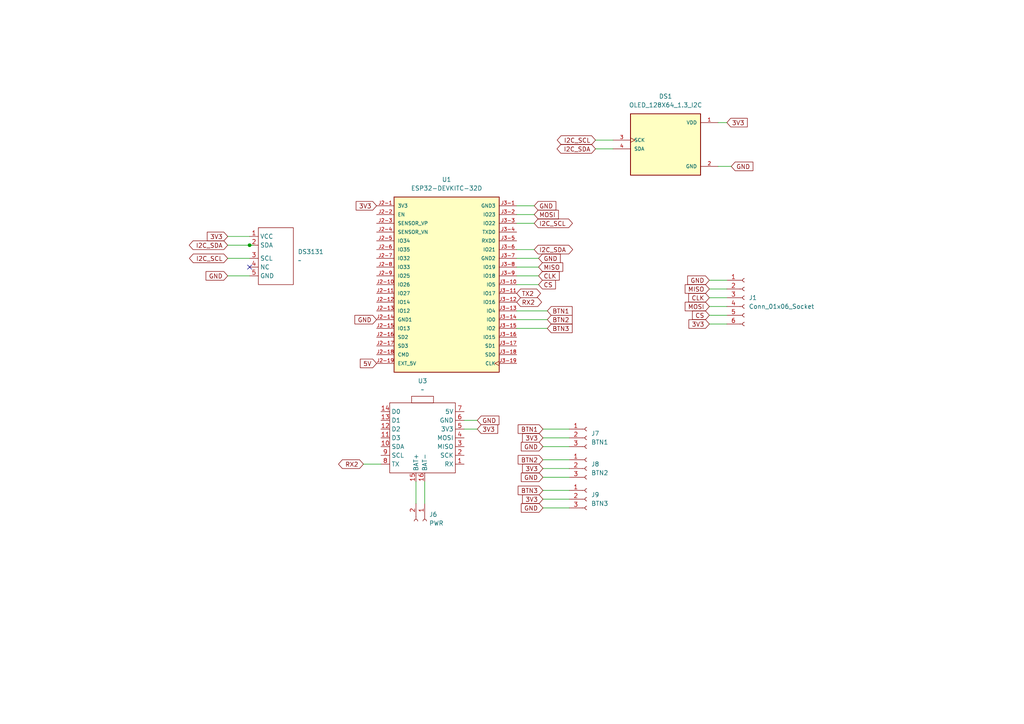
<source format=kicad_sch>
(kicad_sch (version 20250114) (generator "eeschema") (generator_version "9.0")
  (paper "A4")
  (lib_symbols
    (symbol "Connector:Conn_01x02_Socket" (pin_names (offset 1.016) (hide yes))
      (property "Reference" "J" (at 0 2.54 0))
      (property "Value" "Conn_01x02_Socket" (at 0 -5.08 0))
      (symbol "Conn_01x02_Socket_1_1"
        (polyline (pts (xy -1.27 0) (xy -0.508 0)) (stroke (width 0.1524)))
        (polyline (pts (xy -1.27 -2.54) (xy -0.508 -2.54)) (stroke (width 0.1524)))
        (arc (start 0 -0.508) (mid -0.5058 0) (end 0 0.508) (stroke (width 0.1524)))
        (arc (start 0 -3.048) (mid -0.5058 -2.54) (end 0 -2.032) (stroke (width 0.1524)))
        (pin passive line (at -5.08 0 0) (length 3.81) (name "Pin_1") (number "1"))
        (pin passive line (at -5.08 -2.54 0) (length 3.81) (name "Pin_2") (number "2"))
      )
    )
    (symbol "Connector:Conn_01x03_Socket" (pin_names (offset 1.016) (hide yes))
      (property "Reference" "J" (at 0 5.08 0))
      (property "Value" "Conn_01x03_Socket" (at 0 -5.08 0))
      (symbol "Conn_01x03_Socket_1_1"
        (polyline (pts (xy -1.27 2.54) (xy -0.508 2.54)) (stroke (width 0.1524)))
        (polyline (pts (xy -1.27 0) (xy -0.508 0)) (stroke (width 0.1524)))
        (polyline (pts (xy -1.27 -2.54) (xy -0.508 -2.54)) (stroke (width 0.1524)))
        (arc (start 0 2.032) (mid -0.5058 2.54) (end 0 3.048) (stroke (width 0.1524)))
        (arc (start 0 -0.508) (mid -0.5058 0) (end 0 0.508) (stroke (width 0.1524)))
        (arc (start 0 -3.048) (mid -0.5058 -2.54) (end 0 -2.032) (stroke (width 0.1524)))
        (pin passive line (at -5.08 2.54 0) (length 3.81) (name "Pin_1") (number "1"))
        (pin passive line (at -5.08 0 0) (length 3.81) (name "Pin_2") (number "2"))
        (pin passive line (at -5.08 -2.54 0) (length 3.81) (name "Pin_3") (number "3"))
      )
    )
    (symbol "Connector:Conn_01x06_Socket" (pin_names (offset 1.016) (hide yes))
      (property "Reference" "J" (at 0 7.62 0))
      (property "Value" "Conn_01x06_Socket" (at 0 -10.16 0))
      (symbol "Conn_01x06_Socket_1_1"
        (polyline (pts (xy -1.27 5.08) (xy -0.508 5.08)) (stroke (width 0.1524)))
        (polyline (pts (xy -1.27 2.54) (xy -0.508 2.54)) (stroke (width 0.1524)))
        (polyline (pts (xy -1.27 0) (xy -0.508 0)) (stroke (width 0.1524)))
        (polyline (pts (xy -1.27 -2.54) (xy -0.508 -2.54)) (stroke (width 0.1524)))
        (polyline (pts (xy -1.27 -5.08) (xy -0.508 -5.08)) (stroke (width 0.1524)))
        (polyline (pts (xy -1.27 -7.62) (xy -0.508 -7.62)) (stroke (width 0.1524)))
        (arc (start 0 4.572) (mid -0.5058 5.08) (end 0 5.588) (stroke (width 0.1524)))
        (arc (start 0 2.032) (mid -0.5058 2.54) (end 0 3.048) (stroke (width 0.1524)))
        (arc (start 0 -0.508) (mid -0.5058 0) (end 0 0.508) (stroke (width 0.1524)))
        (arc (start 0 -3.048) (mid -0.5058 -2.54) (end 0 -2.032) (stroke (width 0.1524)))
        (arc (start 0 -5.588) (mid -0.5058 -5.08) (end 0 -4.572) (stroke (width 0.1524)))
        (arc (start 0 -8.128) (mid -0.5058 -7.62) (end 0 -7.112) (stroke (width 0.1524)))
        (pin passive line (at -5.08 5.08 0) (length 3.81) (name "Pin_1") (number "1"))
        (pin passive line (at -5.08 2.54 0) (length 3.81) (name "Pin_2") (number "2"))
        (pin passive line (at -5.08 0 0) (length 3.81) (name "Pin_3") (number "3"))
        (pin passive line (at -5.08 -2.54 0) (length 3.81) (name "Pin_4") (number "4"))
        (pin passive line (at -5.08 -5.08 0) (length 3.81) (name "Pin_5") (number "5"))
        (pin passive line (at -5.08 -7.62 0) (length 3.81) (name "Pin_6") (number "6"))
      )
    )
    (symbol "DS3231:DS3131"
      (property "Reference" "U" (at 0 0 0))
      (symbol "DS3131_0_1"
        (rectangle (start -5.08 6.35) (end 5.08 -10.16))
      )
      (symbol "DS3131_1_1"
        (pin input line (at -7.62 3.81 0) (length 2.54) (name "VCC") (number "1"))
        (pin input line (at -7.62 1.27 0) (length 2.54) (name "SDA") (number "2"))
        (pin input line (at -7.62 -2.54 0) (length 2.54) (name "SCL") (number "3"))
        (pin input line (at -7.62 -5.08 0) (length 2.54) (name "NC") (number "4"))
        (pin input line (at -7.62 -7.62 0) (length 2.54) (name "GND") (number "5"))
      )
    )
    (symbol "ESP32-DEVKITC-32D:ESP32-DEVKITC-32D" (pin_names (offset 1.016))
      (property "Reference" "U" (at -15.2572 26.0643 0))
      (property "Value" "ESP32-DEVKITC-32D" (at -15.2563 -27.9698 0))
      (symbol "ESP32-DEVKITC-32D_0_0"
        (rectangle (start -15.24 -25.4) (end 15.24 25.4) (stroke (width 0.254)) (fill (type background)))
        (pin power_in line (at -20.32 22.86 0) (length 5.08) (name "3V3") (number "J2-1"))
        (pin input line (at -20.32 20.32 0) (length 5.08) (name "EN") (number "J2-2"))
        (pin input line (at -20.32 17.78 0) (length 5.08) (name "SENSOR_VP") (number "J2-3"))
        (pin input line (at -20.32 15.24 0) (length 5.08) (name "SENSOR_VN") (number "J2-4"))
        (pin bidirectional line (at -20.32 12.7 0) (length 5.08) (name "IO34") (number "J2-5"))
        (pin bidirectional line (at -20.32 10.16 0) (length 5.08) (name "IO35") (number "J2-6"))
        (pin bidirectional line (at -20.32 7.62 0) (length 5.08) (name "IO32") (number "J2-7"))
        (pin bidirectional line (at -20.32 5.08 0) (length 5.08) (name "IO33") (number "J2-8"))
        (pin bidirectional line (at -20.32 2.54 0) (length 5.08) (name "IO25") (number "J2-9"))
        (pin bidirectional line (at -20.32 0 0) (length 5.08) (name "IO26") (number "J2-10"))
        (pin bidirectional line (at -20.32 -2.54 0) (length 5.08) (name "IO27") (number "J2-11"))
        (pin bidirectional line (at -20.32 -5.08 0) (length 5.08) (name "IO14") (number "J2-12"))
        (pin bidirectional line (at -20.32 -7.62 0) (length 5.08) (name "IO12") (number "J2-13"))
        (pin power_in line (at -20.32 -10.16 0) (length 5.08) (name "GND1") (number "J2-14"))
        (pin bidirectional line (at -20.32 -12.7 0) (length 5.08) (name "IO13") (number "J2-15"))
        (pin bidirectional line (at -20.32 -15.24 0) (length 5.08) (name "SD2") (number "J2-16"))
        (pin bidirectional line (at -20.32 -17.78 0) (length 5.08) (name "SD3") (number "J2-17"))
        (pin bidirectional line (at -20.32 -20.32 0) (length 5.08) (name "CMD") (number "J2-18"))
        (pin power_in line (at -20.32 -22.86 0) (length 5.08) (name "EXT_5V") (number "J2-19"))
        (pin power_in line (at 20.32 22.86 180) (length 5.08) (name "GND3") (number "J3-1"))
        (pin bidirectional line (at 20.32 20.32 180) (length 5.08) (name "IO23") (number "J3-2"))
        (pin bidirectional line (at 20.32 17.78 180) (length 5.08) (name "IO22") (number "J3-3"))
        (pin output line (at 20.32 15.24 180) (length 5.08) (name "TXD0") (number "J3-4"))
        (pin input line (at 20.32 12.7 180) (length 5.08) (name "RXD0") (number "J3-5"))
        (pin bidirectional line (at 20.32 10.16 180) (length 5.08) (name "IO21") (number "J3-6"))
        (pin power_in line (at 20.32 7.62 180) (length 5.08) (name "GND2") (number "J3-7"))
        (pin bidirectional line (at 20.32 5.08 180) (length 5.08) (name "IO19") (number "J3-8"))
        (pin bidirectional line (at 20.32 2.54 180) (length 5.08) (name "IO18") (number "J3-9"))
        (pin bidirectional line (at 20.32 0 180) (length 5.08) (name "IO5") (number "J3-10"))
        (pin bidirectional line (at 20.32 -2.54 180) (length 5.08) (name "IO17") (number "J3-11"))
        (pin bidirectional line (at 20.32 -5.08 180) (length 5.08) (name "IO16") (number "J3-12"))
        (pin bidirectional line (at 20.32 -7.62 180) (length 5.08) (name "IO4") (number "J3-13"))
        (pin bidirectional line (at 20.32 -10.16 180) (length 5.08) (name "IO0") (number "J3-14"))
        (pin bidirectional line (at 20.32 -12.7 180) (length 5.08) (name "IO2") (number "J3-15"))
        (pin bidirectional line (at 20.32 -15.24 180) (length 5.08) (name "IO15") (number "J3-16"))
        (pin bidirectional line (at 20.32 -17.78 180) (length 5.08) (name "SD1") (number "J3-17"))
        (pin bidirectional line (at 20.32 -20.32 180) (length 5.08) (name "SD0") (number "J3-18"))
        (pin input clock (at 20.32 -22.86 180) (length 5.08) (name "CLK") (number "J3-19"))
      )
    )
    (symbol "OLED_128X64_1.3_I2C:OLED_128X64_1.3_I2C" (pin_names (offset 1.016))
      (property "Reference" "DS" (at -10.16 10.922 0))
      (property "Value" "OLED_128X64_1.3_I2C" (at -10.16 -10.16 0))
      (symbol "OLED_128X64_1.3_I2C_0_0"
        (rectangle (start -10.16 -7.62) (end 10.16 10.16) (stroke (width 0.254)) (fill (type background)))
        (pin input clock (at -15.24 2.54 0) (length 5.08) (name "SCK") (number "3"))
        (pin bidirectional line (at -15.24 0 0) (length 5.08) (name "SDA") (number "4"))
        (pin power_in line (at 15.24 7.62 180) (length 5.08) (name "VDD") (number "1"))
        (pin power_in line (at 15.24 -5.08 180) (length 5.08) (name "GND") (number "2"))
      )
    )
    (symbol "Seeed XIAO nrf52840:NRF52840"
      (property "Reference" "U" (at 0.254 0.254 0))
      (symbol "NRF52840_0_1"
        (rectangle (start -8.89 8.89) (end 10.16 -11.43))
        (rectangle (start -2.54 10.795) (end 3.81 8.89))
      )
      (symbol "NRF52840_1_1"
        (pin input line (at -11.43 6.35 0) (length 2.54) (name "D0") (number "14"))
        (pin input line (at -11.43 3.81 0) (length 2.54) (name "D1") (number "13"))
        (pin input line (at -11.43 1.27 0) (length 2.54) (name "D2") (number "12"))
        (pin input line (at -11.43 -1.27 0) (length 2.54) (name "D3") (number "11"))
        (pin input line (at -11.43 -3.81 0) (length 2.54) (name "SDA") (number "10"))
        (pin input line (at -11.43 -6.35 0) (length 2.54) (name "SCL") (number "9"))
        (pin input line (at -11.43 -8.89 0) (length 2.54) (name "TX") (number "8"))
        (pin input line (at -1.27 -13.97 90) (length 2.54) (name "BAT+") (number "15"))
        (pin input line (at 1.27 -13.97 90) (length 2.54) (name "BAT-") (number "16"))
        (pin input line (at 12.7 6.35 180) (length 2.54) (name "5V") (number "7"))
        (pin input line (at 12.7 3.81 180) (length 2.54) (name "GND") (number "6"))
        (pin input line (at 12.7 1.27 180) (length 2.54) (name "3V3") (number "5"))
        (pin input line (at 12.7 -1.27 180) (length 2.54) (name "MOSI") (number "4"))
        (pin input line (at 12.7 -3.81 180) (length 2.54) (name "MISO") (number "3"))
        (pin input line (at 12.7 -6.35 180) (length 2.54) (name "SCK") (number "2"))
        (pin input line (at 12.7 -8.89 180) (length 2.54) (name "RX") (number "1"))
      )
    )
  )
  (junction (at 72.39 71.12))
  (no_connect (at 72.39 77.47))
  (wire (pts (xy 157.48 147.32) (xy 165.1 147.32)))
  (wire (pts (xy 149.86 95.25) (xy 158.75 95.25)))
  (wire (pts (xy 205.74 83.82) (xy 210.82 83.82)))
  (wire (pts (xy 205.74 93.98) (xy 210.82 93.98)))
  (wire (pts (xy 149.86 77.47) (xy 156.21 77.47)))
  (wire (pts (xy 172.72 40.64) (xy 177.8 40.64)))
  (wire (pts (xy 149.86 92.71) (xy 158.75 92.71)))
  (wire (pts (xy 172.72 43.18) (xy 177.8 43.18)))
  (wire (pts (xy 149.86 59.69) (xy 154.94 59.69)))
  (wire (pts (xy 205.74 88.9) (xy 210.82 88.9)))
  (wire (pts (xy 157.48 144.78) (xy 165.1 144.78)))
  (wire (pts (xy 149.86 80.01) (xy 156.21 80.01)))
  (wire (pts (xy 157.48 129.54) (xy 165.1 129.54)))
  (wire (pts (xy 123.19 139.7) (xy 123.19 146.05)))
  (wire (pts (xy 105.41 134.62) (xy 110.49 134.62)))
  (wire (pts (xy 149.86 82.55) (xy 156.21 82.55)))
  (wire (pts (xy 149.86 62.23) (xy 154.94 62.23)))
  (wire (pts (xy 157.48 135.89) (xy 165.1 135.89)))
  (wire (pts (xy 157.48 142.24) (xy 165.1 142.24)))
  (wire (pts (xy 154.94 64.77) (xy 149.86 64.77)))
  (wire (pts (xy 66.04 68.58) (xy 72.39 68.58)))
  (wire (pts (xy 134.62 124.46) (xy 138.43 124.46)))
  (wire (pts (xy 205.74 81.28) (xy 210.82 81.28)))
  (wire (pts (xy 205.74 86.36) (xy 210.82 86.36)))
  (wire (pts (xy 120.65 139.7) (xy 120.65 146.05)))
  (wire (pts (xy 66.04 80.01) (xy 72.39 80.01)))
  (wire (pts (xy 66.04 74.93) (xy 72.39 74.93)))
  (wire (pts (xy 149.86 90.17) (xy 158.75 90.17)))
  (wire (pts (xy 157.48 133.35) (xy 165.1 133.35)))
  (wire (pts (xy 157.48 138.43) (xy 165.1 138.43)))
  (wire (pts (xy 134.62 121.92) (xy 138.43 121.92)))
  (wire (pts (xy 149.86 74.93) (xy 156.21 74.93)))
  (wire (pts (xy 157.48 124.46) (xy 165.1 124.46)))
  (wire (pts (xy 208.28 48.26) (xy 212.09 48.26)))
  (wire (pts (xy 208.28 35.56) (xy 210.82 35.56)))
  (wire (pts (xy 154.94 72.39) (xy 149.86 72.39)))
  (wire (pts (xy 72.39 71.12) (xy 73.66 71.12)))
  (wire (pts (xy 205.74 91.44) (xy 210.82 91.44)))
  (wire (pts (xy 66.04 71.12) (xy 72.39 71.12)))
  (wire (pts (xy 157.48 127) (xy 165.1 127)))
  (global_label "GND" (shape input) (at 157.48 129.54 180) (property "Intersheetrefs" "${INTERSHEET_REFS}" (effects (hide yes))))
  (global_label "GND" (shape input) (at 109.22 92.71 180) (property "Intersheetrefs" "${INTERSHEET_REFS}" (effects (hide yes))))
  (global_label "I2C_SDA" (shape bidirectional) (at 66.04 71.12 180) (property "Intersheetrefs" "${INTERSHEET_REFS}" (effects (hide yes))))
  (global_label "BTN1" (shape input) (at 157.48 124.46 180) (property "Intersheetrefs" "${INTERSHEET_REFS}" (effects (hide yes))))
  (global_label "CLK" (shape input) (at 205.74 86.36 180) (property "Intersheetrefs" "${INTERSHEET_REFS}" (effects (hide yes))))
  (global_label "3V3" (shape input) (at 157.48 144.78 180) (property "Intersheetrefs" "${INTERSHEET_REFS}" (effects (hide yes))))
  (global_label "MISO" (shape input) (at 205.74 83.82 180) (property "Intersheetrefs" "${INTERSHEET_REFS}" (effects (hide yes))))
  (global_label "3V3" (shape input) (at 157.48 127 180) (property "Intersheetrefs" "${INTERSHEET_REFS}" (effects (hide yes))))
  (global_label "CS" (shape input) (at 205.74 91.44 180) (property "Intersheetrefs" "${INTERSHEET_REFS}" (effects (hide yes))))
  (global_label "GND" (shape input) (at 156.21 74.93 0) (property "Intersheetrefs" "${INTERSHEET_REFS}" (effects (hide yes))))
  (global_label "5V" (shape input) (at 109.22 105.41 180) (property "Intersheetrefs" "${INTERSHEET_REFS}" (effects (hide yes))))
  (global_label "RX2" (shape bidirectional) (at 149.86 87.63 0) (property "Intersheetrefs" "${INTERSHEET_REFS}" (effects (hide yes))))
  (global_label "RX2" (shape bidirectional) (at 105.41 134.62 180) (property "Intersheetrefs" "${INTERSHEET_REFS}" (effects (hide yes))))
  (global_label "MISO" (shape input) (at 156.21 77.47 0) (property "Intersheetrefs" "${INTERSHEET_REFS}" (effects (hide yes))))
  (global_label "BTN3" (shape input) (at 157.48 142.24 180) (property "Intersheetrefs" "${INTERSHEET_REFS}" (effects (hide yes))))
  (global_label "3V3" (shape input) (at 210.82 35.56 0) (property "Intersheetrefs" "${INTERSHEET_REFS}" (effects (hide yes))))
  (global_label "I2C_SCL" (shape bidirectional) (at 172.72 40.64 180) (property "Intersheetrefs" "${INTERSHEET_REFS}" (effects (hide yes))))
  (global_label "MOSI" (shape input) (at 154.94 62.23 0) (property "Intersheetrefs" "${INTERSHEET_REFS}" (effects (hide yes))))
  (global_label "BTN2" (shape input) (at 157.48 133.35 180) (property "Intersheetrefs" "${INTERSHEET_REFS}" (effects (hide yes))))
  (global_label "I2C_SCL" (shape bidirectional) (at 66.04 74.93 180) (property "Intersheetrefs" "${INTERSHEET_REFS}" (effects (hide yes))))
  (global_label "GND" (shape input) (at 138.43 121.92 0) (property "Intersheetrefs" "${INTERSHEET_REFS}" (effects (hide yes))))
  (global_label "3V3" (shape input) (at 138.43 124.46 0) (property "Intersheetrefs" "${INTERSHEET_REFS}" (effects (hide yes))))
  (global_label "3V3" (shape input) (at 157.48 135.89 180) (property "Intersheetrefs" "${INTERSHEET_REFS}" (effects (hide yes))))
  (global_label "GND" (shape input) (at 157.48 147.32 180) (property "Intersheetrefs" "${INTERSHEET_REFS}" (effects (hide yes))))
  (global_label "I2C_SDA" (shape bidirectional) (at 172.72 43.18 180) (property "Intersheetrefs" "${INTERSHEET_REFS}" (effects (hide yes))))
  (global_label "GND" (shape input) (at 154.94 59.69 0) (property "Intersheetrefs" "${INTERSHEET_REFS}" (effects (hide yes))))
  (global_label "GND" (shape input) (at 212.09 48.26 0) (property "Intersheetrefs" "${INTERSHEET_REFS}" (effects (hide yes))))
  (global_label "3V3" (shape input) (at 109.22 59.69 180) (property "Intersheetrefs" "${INTERSHEET_REFS}" (effects (hide yes))))
  (global_label "I2C_SDA" (shape bidirectional) (at 154.94 72.39 0) (property "Intersheetrefs" "${INTERSHEET_REFS}" (effects (hide yes))))
  (global_label "MOSI" (shape input) (at 205.74 88.9 180) (property "Intersheetrefs" "${INTERSHEET_REFS}" (effects (hide yes))))
  (global_label "CS" (shape input) (at 156.21 82.55 0) (property "Intersheetrefs" "${INTERSHEET_REFS}" (effects (hide yes))))
  (global_label "3V3" (shape input) (at 205.74 93.98 180) (property "Intersheetrefs" "${INTERSHEET_REFS}" (effects (hide yes))))
  (global_label "GND" (shape input) (at 157.48 138.43 180) (property "Intersheetrefs" "${INTERSHEET_REFS}" (effects (hide yes))))
  (global_label "CLK" (shape input) (at 156.21 80.01 0) (property "Intersheetrefs" "${INTERSHEET_REFS}" (effects (hide yes))))
  (global_label "BTN2" (shape input) (at 158.75 92.71 0) (property "Intersheetrefs" "${INTERSHEET_REFS}" (effects (hide yes))))
  (global_label "GND" (shape input) (at 205.74 81.28 180) (property "Intersheetrefs" "${INTERSHEET_REFS}" (effects (hide yes))))
  (global_label "GND" (shape input) (at 66.04 80.01 180) (property "Intersheetrefs" "${INTERSHEET_REFS}" (effects (hide yes))))
  (global_label "TX2" (shape bidirectional) (at 149.86 85.09 0) (property "Intersheetrefs" "${INTERSHEET_REFS}" (effects (hide yes))))
  (global_label "3V3" (shape input) (at 66.04 68.58 180) (property "Intersheetrefs" "${INTERSHEET_REFS}" (effects (hide yes))))
  (global_label "I2C_SCL" (shape bidirectional) (at 154.94 64.77 0) (property "Intersheetrefs" "${INTERSHEET_REFS}" (effects (hide yes))))
  (global_label "BTN3" (shape input) (at 158.75 95.25 0) (property "Intersheetrefs" "${INTERSHEET_REFS}" (effects (hide yes))))
  (global_label "BTN1" (shape input) (at 158.75 90.17 0) (property "Intersheetrefs" "${INTERSHEET_REFS}" (effects (hide yes))))
  (symbol (lib_id "DS3231:DS3131") (at 80.01 72.39 0) (unit 1)
    (property "Reference" "DS3131" (at 86.36 73.0249 0) (effects (justify left)))
    (property "Value" "~" (at 86.36 75.5649 0) (effects (justify left)))
    (property "Footprint" "DS3131:DS3231" (effects (hide yes)))
  )
  (symbol (lib_id "OLED_128X64_1.3_I2C:OLED_128X64_1.3_I2C") (at 193.04 43.18 0) (unit 1)
    (property "Reference" "DS1" (at 193.04 27.94 0))
    (property "Value" "OLED_128X64_1.3_I2C" (at 193.04 30.48 0))
    (property "Footprint" "OLED_128x64_1.3_I2C:LCD_OLED_128X64_1.3_I2C" (effects (hide yes)))
    (property "MF" "UNIVERSAL-SOLDER Electronics Ltd" (effects (hide yes)))
    (property "Description_1" "Non-Touch Graphic LCD Display Module Transmissive White OLED, Monochrome I2C 1.3 (33.02mm) 128 x 64" (effects (hide yes)))
    (property "Package" "None" (effects (hide yes)))
    (property "Price" "None" (effects (hide yes)))
    (property "Check_prices" "https://www.snapeda.com/parts/OLED%20128x64%201.3%22%20I2C/UNIVERSAL-SOLDER+Electronics+Ltd/view-part/?ref=eda" (effects (hide yes)))
    (property "STANDARD" "Manufacturer Recommendations" (effects (hide yes)))
    (property "PARTREV" "NA" (effects (hide yes)))
    (property "SnapEDA_Link" "https://www.snapeda.com/parts/OLED%20128x64%201.3%22%20I2C/UNIVERSAL-SOLDER+Electronics+Ltd/view-part/?ref=snap" (effects (hide yes)))
    (property "MP" "OLED 128x64 1.3&quot; I2C" (effects (hide yes)))
    (property "Availability" "Not in stock" (effects (hide yes)))
    (property "MANUFACTURER" "UNIVERSAL-SOLDER Electronics Ltd" (effects (hide yes)))
  )
  (symbol (lib_id "ESP32-DEVKITC-32D:ESP32-DEVKITC-32D") (at 129.54 82.55 0) (unit 1)
    (property "Reference" "U1" (at 129.54 52.07 0))
    (property "Value" "ESP32-DEVKITC-32D" (at 129.54 54.61 0))
    (property "Footprint" "ESP32-DEVKITC-32D:MODULE_ESP32-DEVKITC-32D" (effects (hide yes)))
    (property "MF" "Espressif Systems" (effects (hide yes)))
    (property "MAXIMUM_PACKAGE_HEIGHT" "N/A" (effects (hide yes)))
    (property "Package" "None" (effects (hide yes)))
    (property "Price" "None" (effects (hide yes)))
    (property "Check_prices" "https://www.snapeda.com/parts/ESP32-DEVKITC-32D/Espressif+Systems/view-part/?ref=eda" (effects (hide yes)))
    (property "STANDARD" "Manufacturer Recommendations" (effects (hide yes)))
    (property "PARTREV" "V4" (effects (hide yes)))
    (property "SnapEDA_Link" "https://www.snapeda.com/parts/ESP32-DEVKITC-32D/Espressif+Systems/view-part/?ref=snap" (effects (hide yes)))
    (property "MP" "ESP32-DEVKITC-32D" (effects (hide yes)))
    (property "Description_1" "WiFi Development Tools (802.11) ESP32 General Development Kit, ESP32-WROOM-32D on the board" (effects (hide yes)))
    (property "MANUFACTURER" "Espressif Systems" (effects (hide yes)))
    (property "Availability" "In Stock" (effects (hide yes)))
    (property "SNAPEDA_PN" "ESP32-DEVKITC-32D" (effects (hide yes)))
  )
  (symbol (lib_id "Connector:Conn_01x06_Socket") (at 215.9 86.36 0) (unit 1)
    (property "Reference" "J1" (at 217.17 86.3599 0) (effects (justify left)))
    (property "Value" "Conn_01x06_Socket" (at 217.17 88.8999 0) (effects (justify left)))
    (property "Footprint" "Connector_JST:JST_EH_B6B-EH-A_1x06_P2.50mm_Vertical" (effects (hide yes)))
    (property "Description" "Generic connector, single row, 01x06, script generated" (effects (hide yes)))
  )
  (symbol (lib_id "Seeed XIAO nrf52840:NRF52840") (at 121.92 125.73 0) (unit 1)
    (property "Reference" "U3" (at 122.555 110.49 0))
    (property "Value" "~" (at 122.555 113.03 0))
    (property "Footprint" "XIAO_NRF52840:XIAO_NRF52840" (effects (hide yes)))
  )
  (symbol (lib_id "Connector:Conn_01x03_Socket") (at 170.18 127 0) (unit 1)
    (property "Reference" "J7" (at 171.45 125.7299 0) (effects (justify left)))
    (property "Value" "BTN1" (at 171.45 128.2699 0) (effects (justify left)))
    (property "Footprint" "Connector_PinHeader_2.00mm:PinHeader_1x03_P2.00mm_Vertical_SMD_Pin1Left" (effects (hide yes)))
    (property "Description" "Generic connector, single row, 01x03, script generated" (effects (hide yes)))
  )
  (symbol (lib_id "Connector:Conn_01x03_Socket") (at 170.18 135.89 0) (unit 1)
    (property "Reference" "J8" (at 171.45 134.6199 0) (effects (justify left)))
    (property "Value" "BTN2" (at 171.45 137.1599 0) (effects (justify left)))
    (property "Footprint" "Connector_PinHeader_2.00mm:PinHeader_1x03_P2.00mm_Vertical_SMD_Pin1Left" (effects (hide yes)))
    (property "Description" "Generic connector, single row, 01x03, script generated" (effects (hide yes)))
  )
  (symbol (lib_id "Connector:Conn_01x03_Socket") (at 170.18 144.78 0) (unit 1)
    (property "Reference" "J9" (at 171.45 143.5099 0) (effects (justify left)))
    (property "Value" "BTN3" (at 171.45 146.0499 0) (effects (justify left)))
    (property "Footprint" "Connector_PinHeader_2.00mm:PinHeader_1x03_P2.00mm_Vertical_SMD_Pin1Left" (effects (hide yes)))
    (property "Description" "Generic connector, single row, 01x03, script generated" (effects (hide yes)))
  )
  (symbol (lib_id "Connector:Conn_01x02_Socket") (at 123.19 151.13 270) (unit 1)
    (property "Reference" "J6" (at 124.46 149.2249 90) (effects (justify left)))
    (property "Value" "PWR" (at 124.46 151.7649 90) (effects (justify left)))
    (property "Footprint" "Connector_JST:JST_EH_B2B-EH-A_1x02_P2.50mm_Vertical" (effects (hide yes)))
    (property "Description" "Generic connector, single row, 01x02, script generated" (effects (hide yes)))
  )
)
</source>
